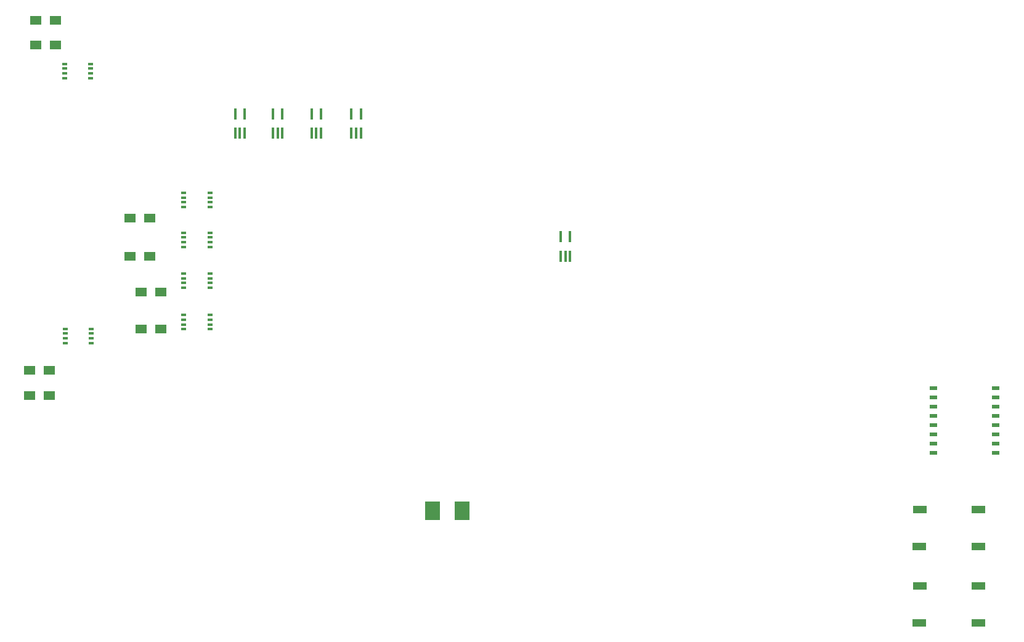
<source format=gbr>
G04 #@! TF.FileFunction,Paste,Top*
%FSLAX46Y46*%
G04 Gerber Fmt 4.6, Leading zero omitted, Abs format (unit mm)*
G04 Created by KiCad (PCBNEW 4.0.7-e2-6376~58~ubuntu16.04.1) date Fri Dec  1 14:53:18 2017*
%MOMM*%
%LPD*%
G01*
G04 APERTURE LIST*
%ADD10C,0.100000*%
%ADD11R,1.140000X0.620000*%
%ADD12R,1.500000X1.300000*%
%ADD13R,0.750000X0.350000*%
%ADD14R,0.400000X1.500000*%
%ADD15R,1.900000X1.000000*%
%ADD16R,2.000000X2.500000*%
G04 APERTURE END LIST*
D10*
D11*
X170732240Y-74980840D03*
X170732240Y-76230840D03*
X170732240Y-77505840D03*
X170732240Y-78780840D03*
X170732240Y-80055840D03*
X170732240Y-81330840D03*
X170732240Y-82605840D03*
X170732240Y-83855840D03*
X162207240Y-74955840D03*
X162207240Y-82605840D03*
X162207240Y-81330840D03*
X162207240Y-80055840D03*
X162207240Y-78805840D03*
X162207240Y-77530840D03*
X162207240Y-76205840D03*
X162207240Y-83855840D03*
D12*
X38047240Y-72540840D03*
X40747240Y-72540840D03*
X38050000Y-75950000D03*
X40750000Y-75950000D03*
X38847240Y-27790840D03*
X41547240Y-27790840D03*
X38847240Y-24390840D03*
X41547240Y-24390840D03*
D13*
X59197240Y-55565840D03*
X59197240Y-54915840D03*
X59197240Y-54265840D03*
X59197240Y-53615840D03*
X62797240Y-55565840D03*
X62797240Y-54915840D03*
X62797240Y-53615840D03*
X62797240Y-54265840D03*
X59197240Y-50065840D03*
X59197240Y-49415840D03*
X59197240Y-48765840D03*
X59197240Y-48115840D03*
X62797240Y-50065840D03*
X62797240Y-49415840D03*
X62797240Y-48115840D03*
X62797240Y-48765840D03*
X59197240Y-66865840D03*
X59197240Y-66215840D03*
X59197240Y-65565840D03*
X59197240Y-64915840D03*
X62797240Y-66865840D03*
X62797240Y-66215840D03*
X62797240Y-64915840D03*
X62797240Y-65565840D03*
X59197240Y-61165840D03*
X59197240Y-60515840D03*
X59197240Y-59865840D03*
X59197240Y-59215840D03*
X62797240Y-61165840D03*
X62797240Y-60515840D03*
X62797240Y-59215840D03*
X62797240Y-59865840D03*
D14*
X111000000Y-56830000D03*
X111650000Y-56830000D03*
X112300000Y-56830000D03*
X112300000Y-54170000D03*
X111000000Y-54170000D03*
X66250000Y-39930000D03*
X66900000Y-39930000D03*
X67550000Y-39930000D03*
X67550000Y-37270000D03*
X66250000Y-37270000D03*
X71447240Y-39920840D03*
X72097240Y-39920840D03*
X72747240Y-39920840D03*
X72747240Y-37260840D03*
X71447240Y-37260840D03*
X76747240Y-39920840D03*
X77397240Y-39920840D03*
X78047240Y-39920840D03*
X78047240Y-37260840D03*
X76747240Y-37260840D03*
X82247240Y-39920840D03*
X82897240Y-39920840D03*
X83547240Y-39920840D03*
X83547240Y-37260840D03*
X82247240Y-37260840D03*
D13*
X42900000Y-68775000D03*
X42900000Y-68125000D03*
X42900000Y-67475000D03*
X42900000Y-66825000D03*
X46500000Y-68775000D03*
X46500000Y-68125000D03*
X46500000Y-66825000D03*
X46500000Y-67475000D03*
X42797240Y-32365840D03*
X42797240Y-31715840D03*
X42797240Y-31065840D03*
X42797240Y-30415840D03*
X46397240Y-32365840D03*
X46397240Y-31715840D03*
X46397240Y-30415840D03*
X46397240Y-31065840D03*
D12*
X51850000Y-56850000D03*
X54550000Y-56850000D03*
X51850000Y-51600000D03*
X54550000Y-51600000D03*
X53350000Y-66850000D03*
X56050000Y-66850000D03*
X53350000Y-61750000D03*
X56050000Y-61750000D03*
D15*
X160300000Y-96750000D03*
X168375000Y-96750000D03*
X160325000Y-91650000D03*
X168375000Y-91650000D03*
X160300000Y-107250000D03*
X168375000Y-107250000D03*
X160325000Y-102150000D03*
X168375000Y-102150000D03*
D16*
X93420000Y-91810000D03*
X97420000Y-91810000D03*
M02*

</source>
